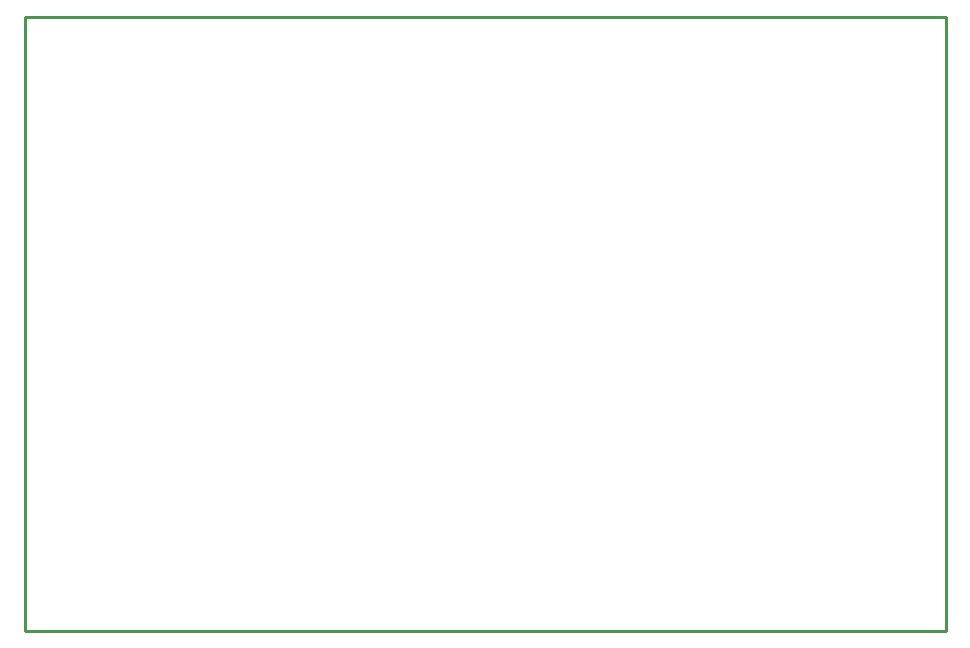
<source format=gko>
G04 Layer: BoardOutlineLayer*
G04 EasyEDA v6.5.48, 2025-01-21 17:41:51*
G04 c25b6b3bb0ea45fba8c4304eea8249b9,6739810af5ca4796b4382bb4120ee57b,10*
G04 Gerber Generator version 0.2*
G04 Scale: 100 percent, Rotated: No, Reflected: No *
G04 Dimensions in millimeters *
G04 leading zeros omitted , absolute positions ,4 integer and 5 decimal *
%FSLAX45Y45*%
%MOMM*%

%ADD10C,0.2540*%
D10*
X700023Y5899912D02*
G01*
X8500109Y5899912D01*
X8500109Y700023D01*
X7651241Y700023D01*
X700023Y700023D01*
X700023Y5899912D01*

%LPD*%
M02*

</source>
